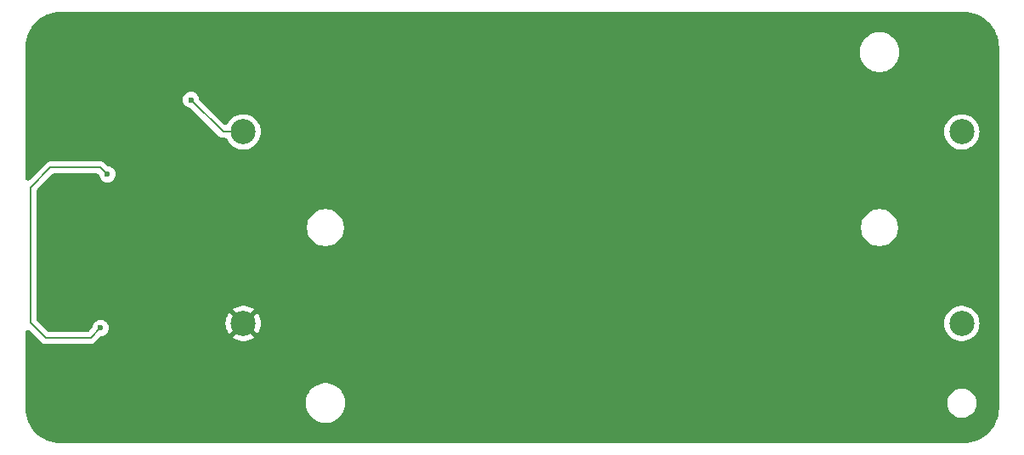
<source format=gbr>
G04 #@! TF.GenerationSoftware,KiCad,Pcbnew,8.0.8*
G04 #@! TF.CreationDate,2025-10-01T20:38:25-04:00*
G04 #@! TF.ProjectId,project-hw-2-18650,70726f6a-6563-4742-9d68-772d322d3138,rev?*
G04 #@! TF.SameCoordinates,Original*
G04 #@! TF.FileFunction,Copper,L2,Bot*
G04 #@! TF.FilePolarity,Positive*
%FSLAX46Y46*%
G04 Gerber Fmt 4.6, Leading zero omitted, Abs format (unit mm)*
G04 Created by KiCad (PCBNEW 8.0.8) date 2025-10-01 20:38:25*
%MOMM*%
%LPD*%
G01*
G04 APERTURE LIST*
G04 #@! TA.AperFunction,ComponentPad*
%ADD10C,2.500000*%
G04 #@! TD*
G04 #@! TA.AperFunction,ViaPad*
%ADD11C,0.600000*%
G04 #@! TD*
G04 #@! TA.AperFunction,Conductor*
%ADD12C,0.200000*%
G04 #@! TD*
G04 APERTURE END LIST*
D10*
X111800000Y-47550000D03*
X40200000Y-47550000D03*
X111800000Y-28450000D03*
X40200000Y-28450000D03*
D11*
X28600000Y-21100000D03*
X29400000Y-21100000D03*
X30100000Y-21100000D03*
X27900000Y-21100000D03*
X28600000Y-24900000D03*
X29400000Y-24900000D03*
X30100000Y-24900000D03*
X27900000Y-24900000D03*
X35000000Y-25250000D03*
X34000000Y-31000000D03*
X30000000Y-29000000D03*
X28000000Y-29000000D03*
X28250000Y-56750000D03*
X28250000Y-56000000D03*
X28250000Y-55250000D03*
X29750000Y-56750000D03*
X29750000Y-56000000D03*
X29750000Y-55250000D03*
X26750000Y-56000000D03*
X26750000Y-56750000D03*
X26750000Y-55250000D03*
X24750000Y-35250000D03*
X26000000Y-48000000D03*
X26675000Y-32675000D03*
X31250000Y-33000000D03*
X31250000Y-32250000D03*
X26250000Y-38500000D03*
X25500000Y-38500000D03*
X26250000Y-35250000D03*
X27000000Y-35250000D03*
X24000000Y-40250000D03*
X24000000Y-39500000D03*
X21250000Y-46750000D03*
X21250000Y-45750000D03*
X21250000Y-44750000D03*
X21250000Y-43250000D03*
X21250000Y-42250000D03*
X22500000Y-46750000D03*
X22500000Y-45750000D03*
X22500000Y-44750000D03*
X22500000Y-43250000D03*
X22500000Y-42250000D03*
X22500000Y-41250000D03*
X21250000Y-41250000D03*
D12*
X35000000Y-25250000D02*
X38200000Y-28450000D01*
X38200000Y-28450000D02*
X40200000Y-28450000D01*
X26675000Y-32675000D02*
X26000000Y-32000000D01*
X26000000Y-32000000D02*
X21000000Y-32000000D01*
X21000000Y-32000000D02*
X19000000Y-34000000D01*
X19000000Y-34000000D02*
X19000000Y-47500000D01*
X19000000Y-47500000D02*
X20500000Y-49000000D01*
X20500000Y-49000000D02*
X25000000Y-49000000D01*
X25000000Y-49000000D02*
X26000000Y-48000000D01*
G04 #@! TA.AperFunction,Conductor*
G36*
X112006106Y-16500800D02*
G01*
X112021022Y-16501532D01*
X112330804Y-16516751D01*
X112355095Y-16519143D01*
X112670633Y-16565949D01*
X112694568Y-16570710D01*
X113004002Y-16648219D01*
X113027360Y-16655305D01*
X113327684Y-16762763D01*
X113350259Y-16772114D01*
X113638589Y-16908484D01*
X113660138Y-16920001D01*
X113933735Y-17083989D01*
X113954037Y-17097554D01*
X114169913Y-17257659D01*
X114210235Y-17287564D01*
X114229121Y-17303063D01*
X114465465Y-17517273D01*
X114482726Y-17534534D01*
X114696934Y-17770876D01*
X114712435Y-17789764D01*
X114902440Y-18045955D01*
X114916017Y-18066274D01*
X115079997Y-18339860D01*
X115091515Y-18361410D01*
X115227885Y-18649740D01*
X115237236Y-18672315D01*
X115344690Y-18972626D01*
X115351784Y-18996010D01*
X115429286Y-19305416D01*
X115434053Y-19329382D01*
X115480854Y-19644889D01*
X115483249Y-19669207D01*
X115499200Y-19993893D01*
X115499500Y-20006111D01*
X115499500Y-55993888D01*
X115499200Y-56006106D01*
X115483249Y-56330792D01*
X115480854Y-56355110D01*
X115434053Y-56670617D01*
X115429286Y-56694583D01*
X115351784Y-57003989D01*
X115344690Y-57027373D01*
X115237236Y-57327684D01*
X115227885Y-57350259D01*
X115091515Y-57638589D01*
X115079997Y-57660139D01*
X114916017Y-57933725D01*
X114902440Y-57954044D01*
X114712435Y-58210235D01*
X114696934Y-58229123D01*
X114482735Y-58465456D01*
X114465456Y-58482735D01*
X114229123Y-58696934D01*
X114210235Y-58712435D01*
X113954044Y-58902440D01*
X113933725Y-58916017D01*
X113660139Y-59079997D01*
X113638589Y-59091515D01*
X113350259Y-59227885D01*
X113327684Y-59237236D01*
X113027373Y-59344690D01*
X113003989Y-59351784D01*
X112694583Y-59429286D01*
X112670617Y-59434053D01*
X112355110Y-59480854D01*
X112330792Y-59483249D01*
X112006107Y-59499200D01*
X111993889Y-59499500D01*
X22006111Y-59499500D01*
X21993893Y-59499200D01*
X21669207Y-59483249D01*
X21644889Y-59480854D01*
X21329382Y-59434053D01*
X21305416Y-59429286D01*
X20996010Y-59351784D01*
X20972626Y-59344690D01*
X20672315Y-59237236D01*
X20649740Y-59227885D01*
X20361410Y-59091515D01*
X20339860Y-59079997D01*
X20203673Y-58998370D01*
X20066268Y-58916013D01*
X20045955Y-58902440D01*
X19789764Y-58712435D01*
X19770876Y-58696934D01*
X19534534Y-58482726D01*
X19517273Y-58465465D01*
X19303063Y-58229121D01*
X19287564Y-58210235D01*
X19097559Y-57954044D01*
X19083989Y-57933735D01*
X18920001Y-57660138D01*
X18908484Y-57638589D01*
X18772114Y-57350259D01*
X18762763Y-57327684D01*
X18697790Y-57146098D01*
X18655305Y-57027360D01*
X18648219Y-57004002D01*
X18570710Y-56694568D01*
X18565949Y-56670633D01*
X18519143Y-56355095D01*
X18516751Y-56330804D01*
X18500800Y-56006105D01*
X18500500Y-55993888D01*
X18500500Y-55370519D01*
X46424500Y-55370519D01*
X46424500Y-55629480D01*
X46452169Y-55839656D01*
X46458301Y-55886228D01*
X46525325Y-56136366D01*
X46624426Y-56375616D01*
X46624428Y-56375620D01*
X46624430Y-56375624D01*
X46753901Y-56599874D01*
X46753907Y-56599884D01*
X46911547Y-56805326D01*
X46911556Y-56805336D01*
X47094663Y-56988443D01*
X47094673Y-56988452D01*
X47224086Y-57087753D01*
X47300116Y-57146093D01*
X47524384Y-57275574D01*
X47763634Y-57374675D01*
X48013772Y-57441699D01*
X48270519Y-57475500D01*
X48529481Y-57475500D01*
X48786228Y-57441699D01*
X49036366Y-57374675D01*
X49275616Y-57275574D01*
X49499884Y-57146093D01*
X49705333Y-56988447D01*
X49888447Y-56805333D01*
X50046093Y-56599884D01*
X50175574Y-56375616D01*
X50274675Y-56136366D01*
X50341699Y-55886228D01*
X50375500Y-55629481D01*
X50375500Y-55385847D01*
X110349500Y-55385847D01*
X110349500Y-55614152D01*
X110349501Y-55614168D01*
X110385215Y-55839656D01*
X110455767Y-56056794D01*
X110455769Y-56056799D01*
X110559418Y-56260224D01*
X110559419Y-56260224D01*
X110559421Y-56260228D01*
X110693621Y-56444937D01*
X110855063Y-56606379D01*
X111039772Y-56740579D01*
X111039774Y-56740580D01*
X111039775Y-56740581D01*
X111139473Y-56791379D01*
X111243201Y-56844231D01*
X111460340Y-56914784D01*
X111685843Y-56950500D01*
X111685847Y-56950500D01*
X111914153Y-56950500D01*
X111914157Y-56950500D01*
X112139660Y-56914784D01*
X112356799Y-56844231D01*
X112560228Y-56740579D01*
X112744937Y-56606379D01*
X112906379Y-56444937D01*
X113040579Y-56260228D01*
X113144231Y-56056799D01*
X113214784Y-55839660D01*
X113250500Y-55614157D01*
X113250500Y-55385843D01*
X113214784Y-55160340D01*
X113144231Y-54943201D01*
X113040579Y-54739772D01*
X112906379Y-54555063D01*
X112744937Y-54393621D01*
X112560228Y-54259421D01*
X112560224Y-54259419D01*
X112560224Y-54259418D01*
X112356799Y-54155769D01*
X112356794Y-54155767D01*
X112236048Y-54116534D01*
X112139660Y-54085216D01*
X112139658Y-54085215D01*
X112139656Y-54085215D01*
X111914168Y-54049501D01*
X111914159Y-54049500D01*
X111914157Y-54049500D01*
X111685843Y-54049500D01*
X111685840Y-54049500D01*
X111685831Y-54049501D01*
X111460343Y-54085215D01*
X111243205Y-54155767D01*
X111243200Y-54155769D01*
X111039775Y-54259418D01*
X111039774Y-54259419D01*
X111039772Y-54259421D01*
X110956083Y-54320225D01*
X110855065Y-54393619D01*
X110693619Y-54555065D01*
X110559420Y-54739774D01*
X110559418Y-54739775D01*
X110455769Y-54943200D01*
X110455767Y-54943205D01*
X110385215Y-55160343D01*
X110349501Y-55385831D01*
X110349500Y-55385847D01*
X50375500Y-55385847D01*
X50375500Y-55370519D01*
X50341699Y-55113772D01*
X50274675Y-54863634D01*
X50175574Y-54624384D01*
X50046093Y-54400116D01*
X49987753Y-54324086D01*
X49888452Y-54194673D01*
X49888443Y-54194663D01*
X49705336Y-54011556D01*
X49705326Y-54011547D01*
X49499884Y-53853907D01*
X49499874Y-53853901D01*
X49275624Y-53724430D01*
X49275620Y-53724428D01*
X49275616Y-53724426D01*
X49036366Y-53625325D01*
X48786228Y-53558301D01*
X48786227Y-53558300D01*
X48786224Y-53558300D01*
X48529481Y-53524500D01*
X48270519Y-53524500D01*
X48013775Y-53558300D01*
X47763640Y-53625323D01*
X47763637Y-53625324D01*
X47763634Y-53625325D01*
X47524384Y-53724426D01*
X47524382Y-53724426D01*
X47524375Y-53724430D01*
X47300125Y-53853901D01*
X47300115Y-53853907D01*
X47094673Y-54011547D01*
X47094663Y-54011556D01*
X46911556Y-54194663D01*
X46911547Y-54194673D01*
X46753907Y-54400115D01*
X46753901Y-54400125D01*
X46624430Y-54624375D01*
X46624426Y-54624382D01*
X46624426Y-54624384D01*
X46576630Y-54739775D01*
X46525323Y-54863640D01*
X46458300Y-55113775D01*
X46424500Y-55370519D01*
X18500500Y-55370519D01*
X18500500Y-48450875D01*
X18519454Y-48355587D01*
X18573430Y-48274805D01*
X18654212Y-48220829D01*
X18749500Y-48201875D01*
X18844788Y-48220829D01*
X18925570Y-48274805D01*
X20019478Y-49368713D01*
X20019480Y-49368716D01*
X20131284Y-49480520D01*
X20268216Y-49559577D01*
X20380019Y-49589534D01*
X20420942Y-49600500D01*
X20420943Y-49600500D01*
X24905666Y-49600500D01*
X24905682Y-49600501D01*
X24920943Y-49600501D01*
X25079056Y-49600501D01*
X25079057Y-49600501D01*
X25231785Y-49559577D01*
X25281904Y-49530639D01*
X25368716Y-49480520D01*
X25480520Y-49368716D01*
X25480520Y-49368714D01*
X25500980Y-49348255D01*
X25501000Y-49348233D01*
X25987608Y-48861625D01*
X26068387Y-48807652D01*
X26135795Y-48790264D01*
X26179255Y-48785368D01*
X26349522Y-48725789D01*
X26349527Y-48725785D01*
X26349529Y-48725785D01*
X26502257Y-48629819D01*
X26502256Y-48629819D01*
X26502262Y-48629816D01*
X26629816Y-48502262D01*
X26694386Y-48399500D01*
X26725785Y-48349529D01*
X26725785Y-48349527D01*
X26725789Y-48349522D01*
X26785368Y-48179255D01*
X26797986Y-48067267D01*
X26805565Y-48000003D01*
X26805565Y-47999996D01*
X26785369Y-47820754D01*
X26785369Y-47820752D01*
X26785368Y-47820745D01*
X26725789Y-47650478D01*
X26725786Y-47650473D01*
X26725785Y-47650470D01*
X26662655Y-47550000D01*
X38445093Y-47550000D01*
X38464694Y-47811558D01*
X38523058Y-48067267D01*
X38618883Y-48311425D01*
X38618885Y-48311430D01*
X38750028Y-48538574D01*
X38797873Y-48598570D01*
X39635386Y-47761056D01*
X39640889Y-47781591D01*
X39719881Y-47918408D01*
X39831592Y-48030119D01*
X39968409Y-48109111D01*
X39988940Y-48114612D01*
X39150832Y-48952721D01*
X39322541Y-49069791D01*
X39322555Y-49069798D01*
X39558853Y-49183594D01*
X39558858Y-49183596D01*
X39809489Y-49260906D01*
X40068854Y-49300000D01*
X40331146Y-49300000D01*
X40590510Y-49260906D01*
X40841141Y-49183596D01*
X40841147Y-49183594D01*
X41077443Y-49069800D01*
X41077451Y-49069795D01*
X41249166Y-48952721D01*
X40411057Y-48114612D01*
X40431591Y-48109111D01*
X40568408Y-48030119D01*
X40680119Y-47918408D01*
X40759111Y-47781591D01*
X40764612Y-47761057D01*
X41602125Y-48598570D01*
X41649970Y-48538575D01*
X41781114Y-48311430D01*
X41781116Y-48311425D01*
X41876941Y-48067267D01*
X41935305Y-47811558D01*
X41954906Y-47550000D01*
X110044592Y-47550000D01*
X110064197Y-47811625D01*
X110064197Y-47811628D01*
X110064198Y-47811630D01*
X110066279Y-47820746D01*
X110122578Y-48067412D01*
X110218428Y-48311635D01*
X110218436Y-48311651D01*
X110349612Y-48538855D01*
X110513194Y-48743980D01*
X110513205Y-48743991D01*
X110705520Y-48922432D01*
X110922292Y-49070226D01*
X110922294Y-49070227D01*
X110922296Y-49070228D01*
X111061838Y-49137428D01*
X111158668Y-49184059D01*
X111158669Y-49184059D01*
X111158677Y-49184063D01*
X111409385Y-49261396D01*
X111668818Y-49300500D01*
X111668822Y-49300500D01*
X111931178Y-49300500D01*
X111931182Y-49300500D01*
X112190615Y-49261396D01*
X112441323Y-49184063D01*
X112677704Y-49070228D01*
X112894479Y-48922433D01*
X113086805Y-48743981D01*
X113250386Y-48538857D01*
X113381568Y-48311643D01*
X113477420Y-48067416D01*
X113535802Y-47811630D01*
X113555408Y-47550000D01*
X113535802Y-47288370D01*
X113477420Y-47032584D01*
X113381568Y-46788357D01*
X113250386Y-46561143D01*
X113086805Y-46356019D01*
X113086794Y-46356008D01*
X112894479Y-46177567D01*
X112677707Y-46029773D01*
X112677702Y-46029771D01*
X112441331Y-45915940D01*
X112441326Y-45915938D01*
X112441323Y-45915937D01*
X112190615Y-45838604D01*
X111931182Y-45799500D01*
X111668818Y-45799500D01*
X111461271Y-45830783D01*
X111409384Y-45838604D01*
X111264107Y-45883416D01*
X111158677Y-45915937D01*
X111158675Y-45915937D01*
X111158668Y-45915940D01*
X110922297Y-46029771D01*
X110922292Y-46029773D01*
X110705520Y-46177567D01*
X110513205Y-46356008D01*
X110513194Y-46356019D01*
X110349612Y-46561144D01*
X110218436Y-46788348D01*
X110218428Y-46788364D01*
X110122578Y-47032587D01*
X110064198Y-47288370D01*
X110064197Y-47288374D01*
X110044592Y-47550000D01*
X41954906Y-47550000D01*
X41935305Y-47288441D01*
X41876941Y-47032732D01*
X41781116Y-46788574D01*
X41781112Y-46788565D01*
X41649972Y-46561427D01*
X41649966Y-46561418D01*
X41602124Y-46501427D01*
X40764612Y-47338940D01*
X40759111Y-47318409D01*
X40680119Y-47181592D01*
X40568408Y-47069881D01*
X40431591Y-46990889D01*
X40411056Y-46985386D01*
X41249166Y-46147277D01*
X41077457Y-46030207D01*
X41077452Y-46030205D01*
X40841146Y-45916405D01*
X40841141Y-45916403D01*
X40590510Y-45839093D01*
X40331146Y-45800000D01*
X40068854Y-45800000D01*
X39809489Y-45839093D01*
X39558858Y-45916403D01*
X39322551Y-46030204D01*
X39322545Y-46030207D01*
X39150832Y-46147278D01*
X39988941Y-46985387D01*
X39968409Y-46990889D01*
X39831592Y-47069881D01*
X39719881Y-47181592D01*
X39640889Y-47318409D01*
X39635387Y-47338942D01*
X38797873Y-46501428D01*
X38750028Y-46561425D01*
X38618885Y-46788569D01*
X38618883Y-46788574D01*
X38523058Y-47032732D01*
X38464694Y-47288441D01*
X38445093Y-47550000D01*
X26662655Y-47550000D01*
X26629819Y-47497742D01*
X26629817Y-47497740D01*
X26629816Y-47497738D01*
X26502262Y-47370184D01*
X26502259Y-47370182D01*
X26502257Y-47370180D01*
X26349529Y-47274214D01*
X26349524Y-47274212D01*
X26349522Y-47274211D01*
X26179255Y-47214632D01*
X26179251Y-47214631D01*
X26179245Y-47214630D01*
X26000004Y-47194435D01*
X25999996Y-47194435D01*
X25820754Y-47214630D01*
X25820746Y-47214631D01*
X25820745Y-47214632D01*
X25650478Y-47274211D01*
X25650476Y-47274211D01*
X25650476Y-47274212D01*
X25650470Y-47274214D01*
X25497742Y-47370180D01*
X25370180Y-47497742D01*
X25274214Y-47650470D01*
X25274211Y-47650476D01*
X25274211Y-47650478D01*
X25217822Y-47811630D01*
X25214632Y-47820746D01*
X25214630Y-47820752D01*
X25209734Y-47864206D01*
X25180229Y-47956773D01*
X25138370Y-48012393D01*
X24824196Y-48326569D01*
X24743415Y-48380546D01*
X24648127Y-48399500D01*
X20851875Y-48399500D01*
X20756587Y-48380546D01*
X20675805Y-48326570D01*
X19673430Y-47324195D01*
X19619454Y-47243413D01*
X19600500Y-47148125D01*
X19600500Y-37879367D01*
X46559500Y-37879367D01*
X46559500Y-38120632D01*
X46590991Y-38359830D01*
X46653436Y-38592880D01*
X46745758Y-38815768D01*
X46745766Y-38815784D01*
X46866391Y-39024711D01*
X46866397Y-39024721D01*
X47013270Y-39216130D01*
X47183870Y-39386730D01*
X47375279Y-39533603D01*
X47375288Y-39533608D01*
X47584215Y-39654233D01*
X47584231Y-39654241D01*
X47769971Y-39731176D01*
X47807121Y-39746564D01*
X48040166Y-39809008D01*
X48279367Y-39840500D01*
X48520633Y-39840500D01*
X48759834Y-39809008D01*
X48992879Y-39746564D01*
X49119710Y-39694028D01*
X49215768Y-39654241D01*
X49215773Y-39654238D01*
X49215779Y-39654236D01*
X49424721Y-39533603D01*
X49616130Y-39386730D01*
X49786730Y-39216130D01*
X49933603Y-39024721D01*
X50054236Y-38815779D01*
X50146564Y-38592879D01*
X50209008Y-38359834D01*
X50240500Y-38120633D01*
X50240500Y-37879367D01*
X101759500Y-37879367D01*
X101759500Y-38120632D01*
X101790991Y-38359830D01*
X101853436Y-38592880D01*
X101945758Y-38815768D01*
X101945766Y-38815784D01*
X102066391Y-39024711D01*
X102066397Y-39024721D01*
X102213270Y-39216130D01*
X102383870Y-39386730D01*
X102575279Y-39533603D01*
X102575288Y-39533608D01*
X102784215Y-39654233D01*
X102784231Y-39654241D01*
X102969971Y-39731176D01*
X103007121Y-39746564D01*
X103240166Y-39809008D01*
X103479367Y-39840500D01*
X103720633Y-39840500D01*
X103959834Y-39809008D01*
X104192879Y-39746564D01*
X104319710Y-39694028D01*
X104415768Y-39654241D01*
X104415773Y-39654238D01*
X104415779Y-39654236D01*
X104624721Y-39533603D01*
X104816130Y-39386730D01*
X104986730Y-39216130D01*
X105133603Y-39024721D01*
X105254236Y-38815779D01*
X105346564Y-38592879D01*
X105409008Y-38359834D01*
X105440500Y-38120633D01*
X105440500Y-37879367D01*
X105409008Y-37640166D01*
X105346564Y-37407121D01*
X105331176Y-37369971D01*
X105254241Y-37184231D01*
X105254233Y-37184215D01*
X105133608Y-36975288D01*
X105133602Y-36975278D01*
X104986730Y-36783870D01*
X104816130Y-36613270D01*
X104624721Y-36466397D01*
X104624711Y-36466391D01*
X104415784Y-36345766D01*
X104415768Y-36345758D01*
X104192880Y-36253436D01*
X104121565Y-36234327D01*
X103959834Y-36190992D01*
X103959829Y-36190991D01*
X103959832Y-36190991D01*
X103720633Y-36159500D01*
X103479367Y-36159500D01*
X103240169Y-36190991D01*
X103007119Y-36253436D01*
X102784231Y-36345758D01*
X102784215Y-36345766D01*
X102575288Y-36466391D01*
X102575278Y-36466397D01*
X102383870Y-36613270D01*
X102383866Y-36613273D01*
X102213273Y-36783866D01*
X102213270Y-36783870D01*
X102066397Y-36975278D01*
X102066391Y-36975288D01*
X101945766Y-37184215D01*
X101945758Y-37184231D01*
X101853436Y-37407119D01*
X101790991Y-37640169D01*
X101759500Y-37879367D01*
X50240500Y-37879367D01*
X50209008Y-37640166D01*
X50146564Y-37407121D01*
X50131176Y-37369971D01*
X50054241Y-37184231D01*
X50054233Y-37184215D01*
X49933608Y-36975288D01*
X49933602Y-36975278D01*
X49786730Y-36783870D01*
X49616130Y-36613270D01*
X49424721Y-36466397D01*
X49424711Y-36466391D01*
X49215784Y-36345766D01*
X49215768Y-36345758D01*
X48992880Y-36253436D01*
X48921565Y-36234327D01*
X48759834Y-36190992D01*
X48759829Y-36190991D01*
X48759832Y-36190991D01*
X48520633Y-36159500D01*
X48279367Y-36159500D01*
X48040169Y-36190991D01*
X47807119Y-36253436D01*
X47584231Y-36345758D01*
X47584215Y-36345766D01*
X47375288Y-36466391D01*
X47375278Y-36466397D01*
X47183870Y-36613270D01*
X47183866Y-36613273D01*
X47013273Y-36783866D01*
X47013270Y-36783870D01*
X46866397Y-36975278D01*
X46866391Y-36975288D01*
X46745766Y-37184215D01*
X46745758Y-37184231D01*
X46653436Y-37407119D01*
X46590991Y-37640169D01*
X46559500Y-37879367D01*
X19600500Y-37879367D01*
X19600500Y-34351875D01*
X19619454Y-34256587D01*
X19673430Y-34175805D01*
X21175805Y-32673430D01*
X21256587Y-32619454D01*
X21351875Y-32600500D01*
X25638521Y-32600500D01*
X25733809Y-32619454D01*
X25814591Y-32673430D01*
X25868567Y-32754212D01*
X25885954Y-32821619D01*
X25887609Y-32836302D01*
X25889631Y-32854253D01*
X25889632Y-32854255D01*
X25949211Y-33024522D01*
X25949212Y-33024523D01*
X25949214Y-33024529D01*
X26045180Y-33177257D01*
X26045182Y-33177259D01*
X26045184Y-33177262D01*
X26172738Y-33304816D01*
X26172740Y-33304817D01*
X26172742Y-33304819D01*
X26325470Y-33400785D01*
X26325473Y-33400786D01*
X26325478Y-33400789D01*
X26495745Y-33460368D01*
X26495754Y-33460369D01*
X26674996Y-33480565D01*
X26675000Y-33480565D01*
X26675004Y-33480565D01*
X26814908Y-33464801D01*
X26854255Y-33460368D01*
X27024522Y-33400789D01*
X27024527Y-33400785D01*
X27024529Y-33400785D01*
X27177257Y-33304819D01*
X27177256Y-33304819D01*
X27177262Y-33304816D01*
X27304816Y-33177262D01*
X27400789Y-33024522D01*
X27460368Y-32854255D01*
X27480565Y-32675000D01*
X27480388Y-32673430D01*
X27460369Y-32495754D01*
X27460368Y-32495745D01*
X27400789Y-32325478D01*
X27400786Y-32325473D01*
X27400785Y-32325470D01*
X27304819Y-32172742D01*
X27304817Y-32172740D01*
X27304816Y-32172738D01*
X27177262Y-32045184D01*
X27177259Y-32045182D01*
X27177257Y-32045180D01*
X27024529Y-31949214D01*
X27024524Y-31949212D01*
X27024522Y-31949211D01*
X26854255Y-31889632D01*
X26854251Y-31889631D01*
X26854245Y-31889630D01*
X26810798Y-31884735D01*
X26718231Y-31855232D01*
X26662606Y-31813371D01*
X26480521Y-31631286D01*
X26480520Y-31631284D01*
X26368716Y-31519480D01*
X26281906Y-31469361D01*
X26281903Y-31469358D01*
X26231784Y-31440422D01*
X26231781Y-31440421D01*
X26079057Y-31399499D01*
X25920943Y-31399499D01*
X25905682Y-31399499D01*
X25905666Y-31399500D01*
X20920943Y-31399500D01*
X20768214Y-31440422D01*
X20718096Y-31469358D01*
X20718095Y-31469360D01*
X20631284Y-31519480D01*
X20631283Y-31519481D01*
X20631280Y-31519483D01*
X20519479Y-31631283D01*
X20519480Y-31631284D01*
X18925570Y-33225194D01*
X18844788Y-33279170D01*
X18749500Y-33298124D01*
X18654212Y-33279170D01*
X18573430Y-33225194D01*
X18519454Y-33144412D01*
X18500500Y-33049124D01*
X18500500Y-25249996D01*
X34194435Y-25249996D01*
X34194435Y-25250003D01*
X34214630Y-25429245D01*
X34214631Y-25429251D01*
X34214632Y-25429255D01*
X34274211Y-25599522D01*
X34274212Y-25599523D01*
X34274214Y-25599529D01*
X34370180Y-25752257D01*
X34370182Y-25752259D01*
X34370184Y-25752262D01*
X34497738Y-25879816D01*
X34497740Y-25879817D01*
X34497742Y-25879819D01*
X34650470Y-25975785D01*
X34650473Y-25975786D01*
X34650478Y-25975789D01*
X34820745Y-26035368D01*
X34864201Y-26040264D01*
X34956765Y-26069765D01*
X35012393Y-26111628D01*
X37719478Y-28818713D01*
X37719480Y-28818716D01*
X37831284Y-28930520D01*
X37968216Y-29009577D01*
X38080019Y-29039534D01*
X38120942Y-29050500D01*
X38120943Y-29050500D01*
X38385422Y-29050500D01*
X38480710Y-29069454D01*
X38561492Y-29123430D01*
X38615468Y-29204212D01*
X38617207Y-29208524D01*
X38618425Y-29211629D01*
X38618436Y-29211651D01*
X38749612Y-29438855D01*
X38913194Y-29643980D01*
X38913205Y-29643991D01*
X39105520Y-29822432D01*
X39322292Y-29970226D01*
X39322294Y-29970227D01*
X39322296Y-29970228D01*
X39461838Y-30037428D01*
X39558668Y-30084059D01*
X39558669Y-30084059D01*
X39558677Y-30084063D01*
X39809385Y-30161396D01*
X40068818Y-30200500D01*
X40068822Y-30200500D01*
X40331178Y-30200500D01*
X40331182Y-30200500D01*
X40590615Y-30161396D01*
X40841323Y-30084063D01*
X41077704Y-29970228D01*
X41294479Y-29822433D01*
X41486805Y-29643981D01*
X41650386Y-29438857D01*
X41781568Y-29211643D01*
X41877420Y-28967416D01*
X41935802Y-28711630D01*
X41955408Y-28450000D01*
X110044592Y-28450000D01*
X110064197Y-28711625D01*
X110064198Y-28711629D01*
X110122578Y-28967412D01*
X110218428Y-29211635D01*
X110218436Y-29211651D01*
X110349612Y-29438855D01*
X110513194Y-29643980D01*
X110513205Y-29643991D01*
X110705520Y-29822432D01*
X110922292Y-29970226D01*
X110922294Y-29970227D01*
X110922296Y-29970228D01*
X111061838Y-30037428D01*
X111158668Y-30084059D01*
X111158669Y-30084059D01*
X111158677Y-30084063D01*
X111409385Y-30161396D01*
X111668818Y-30200500D01*
X111668822Y-30200500D01*
X111931178Y-30200500D01*
X111931182Y-30200500D01*
X112190615Y-30161396D01*
X112441323Y-30084063D01*
X112677704Y-29970228D01*
X112894479Y-29822433D01*
X113086805Y-29643981D01*
X113250386Y-29438857D01*
X113381568Y-29211643D01*
X113477420Y-28967416D01*
X113535802Y-28711630D01*
X113555408Y-28450000D01*
X113535802Y-28188370D01*
X113477420Y-27932584D01*
X113437885Y-27831850D01*
X113381571Y-27688364D01*
X113381569Y-27688361D01*
X113381568Y-27688357D01*
X113250386Y-27461143D01*
X113086805Y-27256019D01*
X113086794Y-27256008D01*
X112894479Y-27077567D01*
X112677707Y-26929773D01*
X112677702Y-26929771D01*
X112441331Y-26815940D01*
X112441326Y-26815938D01*
X112441323Y-26815937D01*
X112190615Y-26738604D01*
X111931182Y-26699500D01*
X111668818Y-26699500D01*
X111461271Y-26730783D01*
X111409384Y-26738604D01*
X111264107Y-26783416D01*
X111158677Y-26815937D01*
X111158675Y-26815937D01*
X111158668Y-26815940D01*
X110922297Y-26929771D01*
X110922292Y-26929773D01*
X110705520Y-27077567D01*
X110513205Y-27256008D01*
X110513194Y-27256019D01*
X110349612Y-27461144D01*
X110218436Y-27688348D01*
X110218428Y-27688364D01*
X110122578Y-27932587D01*
X110064198Y-28188370D01*
X110064197Y-28188374D01*
X110044592Y-28450000D01*
X41955408Y-28450000D01*
X41935802Y-28188370D01*
X41877420Y-27932584D01*
X41837885Y-27831850D01*
X41781571Y-27688364D01*
X41781569Y-27688361D01*
X41781568Y-27688357D01*
X41650386Y-27461143D01*
X41486805Y-27256019D01*
X41486794Y-27256008D01*
X41294479Y-27077567D01*
X41077707Y-26929773D01*
X41077702Y-26929771D01*
X40841331Y-26815940D01*
X40841326Y-26815938D01*
X40841323Y-26815937D01*
X40590615Y-26738604D01*
X40331182Y-26699500D01*
X40068818Y-26699500D01*
X39861271Y-26730783D01*
X39809384Y-26738604D01*
X39664107Y-26783416D01*
X39558677Y-26815937D01*
X39558675Y-26815937D01*
X39558668Y-26815940D01*
X39322297Y-26929771D01*
X39322292Y-26929773D01*
X39105520Y-27077567D01*
X38913205Y-27256008D01*
X38913194Y-27256019D01*
X38749614Y-27461142D01*
X38659587Y-27617073D01*
X38595528Y-27690117D01*
X38508392Y-27733088D01*
X38411445Y-27739442D01*
X38319446Y-27708212D01*
X38267877Y-27668642D01*
X35861628Y-25262393D01*
X35807652Y-25181611D01*
X35790264Y-25114202D01*
X35785368Y-25070745D01*
X35725789Y-24900478D01*
X35725786Y-24900473D01*
X35725785Y-24900470D01*
X35629819Y-24747742D01*
X35629817Y-24747740D01*
X35629816Y-24747738D01*
X35502262Y-24620184D01*
X35502259Y-24620182D01*
X35502257Y-24620180D01*
X35349529Y-24524214D01*
X35349524Y-24524212D01*
X35349522Y-24524211D01*
X35179255Y-24464632D01*
X35179251Y-24464631D01*
X35179245Y-24464630D01*
X35000004Y-24444435D01*
X34999996Y-24444435D01*
X34820754Y-24464630D01*
X34820746Y-24464631D01*
X34820745Y-24464632D01*
X34650478Y-24524211D01*
X34650476Y-24524211D01*
X34650476Y-24524212D01*
X34650470Y-24524214D01*
X34497742Y-24620180D01*
X34370180Y-24747742D01*
X34274214Y-24900470D01*
X34274212Y-24900476D01*
X34214632Y-25070746D01*
X34214630Y-25070754D01*
X34194435Y-25249996D01*
X18500500Y-25249996D01*
X18500500Y-20370519D01*
X101624500Y-20370519D01*
X101624500Y-20629481D01*
X101658301Y-20886228D01*
X101725325Y-21136366D01*
X101824426Y-21375616D01*
X101824428Y-21375620D01*
X101824430Y-21375624D01*
X101953901Y-21599874D01*
X101953907Y-21599884D01*
X102111547Y-21805326D01*
X102111556Y-21805336D01*
X102294663Y-21988443D01*
X102294673Y-21988452D01*
X102424086Y-22087753D01*
X102500116Y-22146093D01*
X102724384Y-22275574D01*
X102963634Y-22374675D01*
X103213772Y-22441699D01*
X103470519Y-22475500D01*
X103729481Y-22475500D01*
X103986228Y-22441699D01*
X104236366Y-22374675D01*
X104475616Y-22275574D01*
X104699884Y-22146093D01*
X104905333Y-21988447D01*
X105088447Y-21805333D01*
X105246093Y-21599884D01*
X105375574Y-21375616D01*
X105474675Y-21136366D01*
X105541699Y-20886228D01*
X105575500Y-20629481D01*
X105575500Y-20370519D01*
X105541699Y-20113772D01*
X105474675Y-19863634D01*
X105375574Y-19624384D01*
X105246093Y-19400116D01*
X105088447Y-19194667D01*
X104905333Y-19011553D01*
X104905330Y-19011551D01*
X104905326Y-19011547D01*
X104699884Y-18853907D01*
X104699874Y-18853901D01*
X104475624Y-18724430D01*
X104475620Y-18724428D01*
X104475616Y-18724426D01*
X104236366Y-18625325D01*
X103986228Y-18558301D01*
X103986227Y-18558300D01*
X103986224Y-18558300D01*
X103729481Y-18524500D01*
X103470519Y-18524500D01*
X103213775Y-18558300D01*
X102963640Y-18625323D01*
X102963637Y-18625324D01*
X102963634Y-18625325D01*
X102724384Y-18724426D01*
X102724382Y-18724426D01*
X102724375Y-18724430D01*
X102500125Y-18853901D01*
X102500115Y-18853907D01*
X102294673Y-19011547D01*
X102294663Y-19011556D01*
X102111556Y-19194663D01*
X102111547Y-19194673D01*
X101953907Y-19400115D01*
X101953901Y-19400125D01*
X101824430Y-19624375D01*
X101824426Y-19624382D01*
X101824426Y-19624384D01*
X101805860Y-19669208D01*
X101725323Y-19863640D01*
X101658300Y-20113775D01*
X101624500Y-20370519D01*
X18500500Y-20370519D01*
X18500500Y-20006111D01*
X18500800Y-19993894D01*
X18510153Y-19803504D01*
X18516751Y-19669193D01*
X18519143Y-19644906D01*
X18565949Y-19329362D01*
X18570709Y-19305435D01*
X18648220Y-18995991D01*
X18655303Y-18972644D01*
X18762766Y-18672306D01*
X18772110Y-18649748D01*
X18908489Y-18361400D01*
X18919996Y-18339870D01*
X19083995Y-18066254D01*
X19097547Y-18045971D01*
X19287571Y-17789754D01*
X19303055Y-17770888D01*
X19517282Y-17534524D01*
X19534524Y-17517282D01*
X19770888Y-17303055D01*
X19789754Y-17287571D01*
X20045971Y-17097547D01*
X20066254Y-17083995D01*
X20339870Y-16919996D01*
X20361400Y-16908489D01*
X20649748Y-16772110D01*
X20672306Y-16762766D01*
X20972644Y-16655303D01*
X20995991Y-16648220D01*
X21305435Y-16570709D01*
X21329362Y-16565949D01*
X21644906Y-16519143D01*
X21669193Y-16516751D01*
X21979950Y-16501484D01*
X21993894Y-16500800D01*
X22006111Y-16500500D01*
X22065892Y-16500500D01*
X111934108Y-16500500D01*
X111993889Y-16500500D01*
X112006106Y-16500800D01*
G37*
G04 #@! TD.AperFunction*
M02*

</source>
